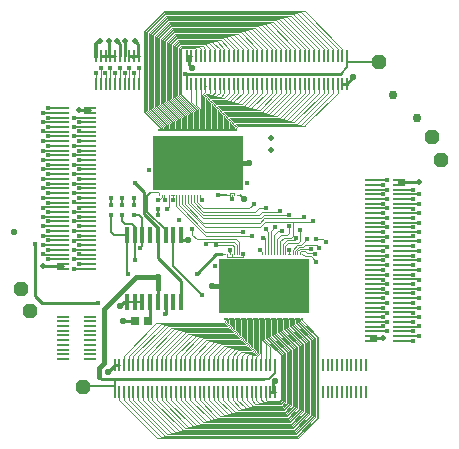
<source format=gbl>
G75*
%MOIN*%
%OFA0B0*%
%FSLAX24Y24*%
%IPPOS*%
%LPD*%
%AMOC8*
5,1,8,0,0,1.08239X$1,22.5*
%
%ADD10R,0.0170X0.0170*%
%ADD11OC8,0.0480*%
%ADD12R,0.3040X0.1840*%
%ADD13R,0.0020X0.0080*%
%ADD14R,0.0040X0.0080*%
%ADD15R,0.0137X0.0550*%
%ADD16R,0.0270X0.0300*%
%ADD17R,0.0449X0.0079*%
%ADD18R,0.0079X0.0449*%
%ADD19C,0.0220*%
%ADD20C,0.0100*%
%ADD21C,0.0160*%
%ADD22C,0.0060*%
%ADD23C,0.0160*%
%ADD24C,0.0040*%
%ADD25C,0.0300*%
%ADD26C,0.0200*%
%ADD27C,0.0020*%
%ADD28C,0.0120*%
%ADD29C,0.0190*%
D10*
X005150Y009475D03*
X005150Y009785D03*
X005530Y009785D03*
X005530Y009475D03*
X005910Y009475D03*
X005910Y009785D03*
X006715Y009670D03*
X007025Y009670D03*
X011695Y008670D03*
X012005Y008670D03*
D11*
X004210Y003730D03*
X002450Y006250D03*
X002150Y007010D03*
X014090Y014570D03*
X015850Y012050D03*
X016150Y011290D03*
D12*
X010250Y007090D03*
X008050Y011210D03*
D13*
X008030Y012290D03*
X007990Y012290D03*
X007950Y012290D03*
X007910Y012290D03*
X007870Y012290D03*
X007830Y012290D03*
X007790Y012290D03*
X007750Y012290D03*
X007710Y012290D03*
X007670Y012290D03*
X007630Y012290D03*
X007590Y012290D03*
X007550Y012290D03*
X007510Y012290D03*
X007470Y012290D03*
X007430Y012290D03*
X007390Y012290D03*
X007350Y012290D03*
X007310Y012290D03*
X007270Y012290D03*
X007230Y012290D03*
X007190Y012290D03*
X007150Y012290D03*
X007110Y012290D03*
X007070Y012290D03*
X007030Y012290D03*
X006990Y012290D03*
X006950Y012290D03*
X006910Y012290D03*
X006870Y012290D03*
X006830Y012290D03*
X006790Y012290D03*
X006750Y012290D03*
X008070Y012290D03*
X008110Y012290D03*
X008150Y012290D03*
X008190Y012290D03*
X008230Y012290D03*
X008270Y012290D03*
X008310Y012290D03*
X008350Y012290D03*
X008390Y012290D03*
X008430Y012290D03*
X008470Y012290D03*
X008510Y012290D03*
X008550Y012290D03*
X008590Y012290D03*
X008630Y012290D03*
X008670Y012290D03*
X008710Y012290D03*
X008750Y012290D03*
X008790Y012290D03*
X008830Y012290D03*
X008870Y012290D03*
X008910Y012290D03*
X008950Y012290D03*
X008990Y012290D03*
X009030Y012290D03*
X009070Y012290D03*
X009110Y012290D03*
X009150Y012290D03*
X009190Y012290D03*
X009230Y012290D03*
X009270Y012290D03*
X009310Y012290D03*
X009350Y012290D03*
X009350Y006010D03*
X009390Y006010D03*
X009430Y006010D03*
X009470Y006010D03*
X009510Y006010D03*
X009550Y006010D03*
X009590Y006010D03*
X009630Y006010D03*
X009670Y006010D03*
X009710Y006010D03*
X009750Y006010D03*
X009790Y006010D03*
X009830Y006010D03*
X009870Y006010D03*
X009910Y006010D03*
X009950Y006010D03*
X009990Y006010D03*
X010030Y006010D03*
X010070Y006010D03*
X010110Y006010D03*
X010150Y006010D03*
X010190Y006010D03*
X010230Y006010D03*
X010270Y006010D03*
X010310Y006010D03*
X010350Y006010D03*
X010390Y006010D03*
X010430Y006010D03*
X010470Y006010D03*
X010510Y006010D03*
X010550Y006010D03*
X010590Y006010D03*
X010630Y006010D03*
X010670Y006010D03*
X010710Y006010D03*
X010750Y006010D03*
X010790Y006010D03*
X010830Y006010D03*
X010870Y006010D03*
X010910Y006010D03*
X010950Y006010D03*
X010990Y006010D03*
X011030Y006010D03*
X011070Y006010D03*
X011110Y006010D03*
X011150Y006010D03*
X011190Y006010D03*
X011230Y006010D03*
X011270Y006010D03*
X011310Y006010D03*
X011350Y006010D03*
X011390Y006010D03*
X011430Y006010D03*
X011470Y006010D03*
X011510Y006010D03*
X011550Y006010D03*
X009310Y006010D03*
X009270Y006010D03*
X009230Y006010D03*
X009190Y006010D03*
X009150Y006010D03*
X009110Y006010D03*
X009070Y006010D03*
X009030Y006010D03*
X008990Y006010D03*
X008950Y006010D03*
D14*
X008950Y008170D03*
X009030Y008170D03*
X009110Y008170D03*
X009190Y008170D03*
X009270Y008170D03*
X009350Y008170D03*
X009430Y008170D03*
X010190Y008170D03*
X010290Y008170D03*
X010390Y008170D03*
X010490Y008170D03*
X010590Y008170D03*
X010690Y008170D03*
X010790Y008170D03*
X010890Y008170D03*
X010970Y008170D03*
X011050Y008170D03*
X011130Y008170D03*
X011210Y008170D03*
X011290Y008170D03*
X011370Y008170D03*
X011450Y008170D03*
X011530Y008170D03*
X009350Y010130D03*
X009270Y010130D03*
X009190Y010130D03*
X009110Y010130D03*
X009030Y010130D03*
X008950Y010130D03*
X008870Y010130D03*
X008110Y010130D03*
X008010Y010130D03*
X007910Y010130D03*
X007810Y010130D03*
X007710Y010130D03*
X007610Y010130D03*
X007510Y010130D03*
X007410Y010130D03*
X007330Y010130D03*
X007250Y010130D03*
X007170Y010130D03*
X007090Y010130D03*
X007010Y010130D03*
X006930Y010130D03*
X006850Y010130D03*
X006770Y010130D03*
D15*
X006717Y008782D03*
X006461Y008782D03*
X006205Y008782D03*
X005949Y008782D03*
X005694Y008782D03*
X006973Y008782D03*
X007229Y008782D03*
X007485Y008782D03*
X007485Y006562D03*
X007229Y006562D03*
X006973Y006562D03*
X006717Y006562D03*
X006461Y006562D03*
X006205Y006562D03*
X005949Y006562D03*
X005694Y006562D03*
D16*
X005960Y005930D03*
X006380Y005930D03*
D17*
X004471Y005921D03*
X004471Y005764D03*
X004471Y005606D03*
X004471Y005449D03*
X004471Y005291D03*
X004471Y005134D03*
X004471Y004976D03*
X004471Y004819D03*
X004471Y004661D03*
X003549Y004661D03*
X003549Y004819D03*
X003549Y004976D03*
X003549Y005134D03*
X003549Y005291D03*
X003549Y005449D03*
X003549Y005606D03*
X003549Y005764D03*
X003549Y005921D03*
X003549Y006079D03*
X004471Y006079D03*
X004471Y007673D03*
X004471Y007830D03*
X004471Y007988D03*
X004471Y008145D03*
X004471Y008303D03*
X004471Y008460D03*
X004471Y008618D03*
X004471Y008775D03*
X004471Y008933D03*
X004471Y009090D03*
X004471Y009248D03*
X004471Y009405D03*
X004471Y009563D03*
X004471Y009720D03*
X004471Y009878D03*
X004471Y010035D03*
X004471Y010193D03*
X004471Y010350D03*
X004471Y010507D03*
X004471Y010665D03*
X004471Y010822D03*
X004471Y010980D03*
X004471Y011137D03*
X004471Y011295D03*
X004471Y011452D03*
X004471Y011610D03*
X004471Y011767D03*
X004471Y011925D03*
X004471Y012082D03*
X004471Y012240D03*
X004471Y012397D03*
X004471Y012555D03*
X004471Y012712D03*
X004471Y012870D03*
X004471Y013027D03*
X003549Y013027D03*
X003549Y012870D03*
X003549Y012712D03*
X003549Y012555D03*
X003549Y012397D03*
X003549Y012240D03*
X003549Y012082D03*
X003549Y011925D03*
X003549Y011767D03*
X003549Y011610D03*
X003549Y011452D03*
X003549Y011295D03*
X003549Y011137D03*
X003549Y010980D03*
X003549Y010822D03*
X003549Y010665D03*
X003549Y010507D03*
X003549Y010350D03*
X003549Y010193D03*
X003549Y010035D03*
X003549Y009878D03*
X003549Y009720D03*
X003549Y009563D03*
X003549Y009405D03*
X003549Y009248D03*
X003549Y009090D03*
X003549Y008933D03*
X003549Y008775D03*
X003549Y008618D03*
X003549Y008460D03*
X003549Y008303D03*
X003549Y008145D03*
X003549Y007988D03*
X003549Y007830D03*
X003549Y007673D03*
X013829Y007635D03*
X013829Y007478D03*
X013829Y007320D03*
X013829Y007163D03*
X013829Y007005D03*
X013829Y006848D03*
X013829Y006690D03*
X013829Y006533D03*
X013829Y006375D03*
X013829Y006218D03*
X013829Y006060D03*
X013829Y005903D03*
X013829Y005745D03*
X013829Y005588D03*
X013829Y005430D03*
X013829Y005273D03*
X014751Y005273D03*
X014751Y005430D03*
X014751Y005588D03*
X014751Y005745D03*
X014751Y005903D03*
X014751Y006060D03*
X014751Y006218D03*
X014751Y006375D03*
X014751Y006533D03*
X014751Y006690D03*
X014751Y006848D03*
X014751Y007005D03*
X014751Y007163D03*
X014751Y007320D03*
X014751Y007478D03*
X014751Y007635D03*
X014751Y007793D03*
X014751Y007950D03*
X014751Y008107D03*
X014751Y008265D03*
X014751Y008422D03*
X014751Y008580D03*
X014751Y008737D03*
X014751Y008895D03*
X014751Y009052D03*
X014751Y009210D03*
X014751Y009367D03*
X014751Y009525D03*
X014751Y009682D03*
X014751Y009840D03*
X014751Y009997D03*
X014751Y010155D03*
X014751Y010312D03*
X014751Y010470D03*
X014751Y010627D03*
X013829Y010627D03*
X013829Y010470D03*
X013829Y010312D03*
X013829Y010155D03*
X013829Y009997D03*
X013829Y009840D03*
X013829Y009682D03*
X013829Y009525D03*
X013829Y009367D03*
X013829Y009210D03*
X013829Y009052D03*
X013829Y008895D03*
X013829Y008737D03*
X013829Y008580D03*
X013829Y008422D03*
X013829Y008265D03*
X013829Y008107D03*
X013829Y007950D03*
X013829Y007793D03*
D18*
X013639Y004471D03*
X013481Y004471D03*
X013324Y004471D03*
X013166Y004471D03*
X013009Y004471D03*
X012851Y004471D03*
X012694Y004471D03*
X012536Y004471D03*
X012379Y004471D03*
X012221Y004471D03*
X012221Y003549D03*
X012379Y003549D03*
X012536Y003549D03*
X012694Y003549D03*
X012851Y003549D03*
X013009Y003549D03*
X013166Y003549D03*
X013324Y003549D03*
X013481Y003549D03*
X013639Y003549D03*
X010627Y003549D03*
X010470Y003549D03*
X010312Y003549D03*
X010155Y003549D03*
X009997Y003549D03*
X009840Y003549D03*
X009682Y003549D03*
X009525Y003549D03*
X009367Y003549D03*
X009210Y003549D03*
X009052Y003549D03*
X008895Y003549D03*
X008737Y003549D03*
X008580Y003549D03*
X008422Y003549D03*
X008265Y003549D03*
X008107Y003549D03*
X007950Y003549D03*
X007793Y003549D03*
X007635Y003549D03*
X007478Y003549D03*
X007320Y003549D03*
X007163Y003549D03*
X007005Y003549D03*
X006848Y003549D03*
X006690Y003549D03*
X006533Y003549D03*
X006375Y003549D03*
X006218Y003549D03*
X006060Y003549D03*
X005903Y003549D03*
X005745Y003549D03*
X005588Y003549D03*
X005430Y003549D03*
X005273Y003549D03*
X005273Y004471D03*
X005430Y004471D03*
X005588Y004471D03*
X005745Y004471D03*
X005903Y004471D03*
X006060Y004471D03*
X006218Y004471D03*
X006375Y004471D03*
X006533Y004471D03*
X006690Y004471D03*
X006848Y004471D03*
X007005Y004471D03*
X007163Y004471D03*
X007320Y004471D03*
X007478Y004471D03*
X007635Y004471D03*
X007793Y004471D03*
X007950Y004471D03*
X008107Y004471D03*
X008265Y004471D03*
X008422Y004471D03*
X008580Y004471D03*
X008737Y004471D03*
X008895Y004471D03*
X009052Y004471D03*
X009210Y004471D03*
X009367Y004471D03*
X009525Y004471D03*
X009682Y004471D03*
X009840Y004471D03*
X009997Y004471D03*
X010155Y004471D03*
X010312Y004471D03*
X010470Y004471D03*
X010627Y004471D03*
X010665Y013829D03*
X010822Y013829D03*
X010980Y013829D03*
X011137Y013829D03*
X011295Y013829D03*
X011452Y013829D03*
X011610Y013829D03*
X011767Y013829D03*
X011925Y013829D03*
X012082Y013829D03*
X012240Y013829D03*
X012397Y013829D03*
X012555Y013829D03*
X012712Y013829D03*
X012870Y013829D03*
X013027Y013829D03*
X013027Y014751D03*
X012870Y014751D03*
X012712Y014751D03*
X012555Y014751D03*
X012397Y014751D03*
X012240Y014751D03*
X012082Y014751D03*
X011925Y014751D03*
X011767Y014751D03*
X011610Y014751D03*
X011452Y014751D03*
X011295Y014751D03*
X011137Y014751D03*
X010980Y014751D03*
X010822Y014751D03*
X010665Y014751D03*
X010507Y014751D03*
X010350Y014751D03*
X010193Y014751D03*
X010035Y014751D03*
X009878Y014751D03*
X009720Y014751D03*
X009563Y014751D03*
X009405Y014751D03*
X009248Y014751D03*
X009090Y014751D03*
X008933Y014751D03*
X008775Y014751D03*
X008618Y014751D03*
X008460Y014751D03*
X008303Y014751D03*
X008145Y014751D03*
X007988Y014751D03*
X007830Y014751D03*
X007673Y014751D03*
X007673Y013829D03*
X007830Y013829D03*
X007988Y013829D03*
X008145Y013829D03*
X008303Y013829D03*
X008460Y013829D03*
X008618Y013829D03*
X008775Y013829D03*
X008933Y013829D03*
X009090Y013829D03*
X009248Y013829D03*
X009405Y013829D03*
X009563Y013829D03*
X009720Y013829D03*
X009878Y013829D03*
X010035Y013829D03*
X010193Y013829D03*
X010350Y013829D03*
X010507Y013829D03*
X006079Y013829D03*
X005921Y013829D03*
X005764Y013829D03*
X005606Y013829D03*
X005449Y013829D03*
X005291Y013829D03*
X005134Y013829D03*
X004976Y013829D03*
X004819Y013829D03*
X004661Y013829D03*
X004661Y014751D03*
X004819Y014751D03*
X004976Y014751D03*
X005134Y014751D03*
X005291Y014751D03*
X005449Y014751D03*
X005606Y014751D03*
X005764Y014751D03*
X005921Y014751D03*
X006079Y014751D03*
D19*
X007850Y014370D03*
X009770Y011210D03*
X009590Y010010D03*
X007710Y008630D03*
X006710Y007390D03*
X005470Y006430D03*
X005570Y005930D03*
X005070Y004230D03*
X008530Y007090D03*
X010630Y003930D03*
X001930Y008890D03*
X013230Y014070D03*
D20*
X013027Y013829D01*
X012870Y013829D01*
X012810Y014170D02*
X007630Y014170D01*
X007850Y014370D02*
X007750Y014470D01*
X007750Y014670D01*
X007752Y014686D01*
X007756Y014701D01*
X007763Y014714D01*
X007773Y014727D01*
X007786Y014737D01*
X007799Y014744D01*
X007814Y014748D01*
X007830Y014750D01*
X007830Y014751D02*
X007673Y014751D01*
X006079Y014751D02*
X006070Y014759D01*
X006070Y015150D01*
X005970Y015250D01*
X005610Y015250D02*
X005610Y014754D01*
X005606Y014751D01*
X005450Y014752D02*
X005449Y014751D01*
X005450Y014752D02*
X005450Y015150D01*
X005350Y015250D01*
X005090Y015250D02*
X005090Y014751D01*
X005134Y014751D01*
X005291Y014751D01*
X005090Y014751D02*
X004976Y014751D01*
X004819Y014751D01*
X005764Y014751D02*
X005921Y014751D01*
X005856Y014751D01*
X005850Y014744D01*
X005921Y014751D02*
X006079Y014751D01*
X004471Y012950D02*
X004090Y012950D01*
X005950Y010530D02*
X006250Y010230D01*
X006250Y009510D01*
X006717Y009043D01*
X006717Y008782D01*
X006717Y008043D01*
X007490Y007270D01*
X007490Y006567D01*
X007485Y006562D01*
X006973Y006562D02*
X006973Y006153D01*
X006970Y006150D01*
X006717Y006562D02*
X006714Y006563D01*
X006711Y006566D01*
X006710Y006569D01*
X006710Y006990D01*
X006717Y007390D02*
X006710Y007390D01*
X006461Y006562D02*
X006461Y006071D01*
X006380Y005930D01*
X005960Y005930D02*
X005570Y005930D01*
X005470Y006430D02*
X005602Y006562D01*
X005694Y006562D01*
X005662Y006562D01*
X004730Y006530D02*
X002850Y006530D01*
X002630Y006750D01*
X002630Y008510D01*
X002890Y007770D02*
X003551Y007770D01*
X005273Y004471D02*
X005430Y004471D01*
X005273Y004471D02*
X005070Y004230D01*
X004850Y003990D02*
X004770Y004070D01*
X004850Y003990D02*
X005250Y003990D01*
X010250Y003990D01*
X010550Y003850D02*
X010630Y003930D01*
X010550Y003850D02*
X010550Y003549D01*
X010470Y003549D01*
X010550Y003549D02*
X010627Y003549D01*
X013829Y005350D02*
X014210Y005350D01*
X014751Y010550D02*
X015410Y010550D01*
X008850Y008170D02*
X008670Y008170D01*
X008010Y007510D01*
X007710Y008630D02*
X007485Y008630D01*
X007485Y008782D01*
D21*
X007860Y008980D03*
X007410Y009300D03*
X007210Y009970D03*
X006970Y009970D03*
X006710Y009970D03*
X006710Y009450D03*
X005910Y010030D03*
X005530Y010030D03*
X005150Y010030D03*
X005950Y010530D03*
X006410Y010950D03*
X008190Y009970D03*
X008730Y010130D03*
X009190Y009990D03*
X009690Y010530D03*
X009910Y009830D03*
X010310Y009710D03*
X010790Y009610D03*
X011090Y009470D03*
X011090Y009090D03*
X010850Y008930D03*
X010630Y009070D03*
X010310Y008990D03*
X010230Y008710D03*
X009850Y008770D03*
X009550Y008910D03*
X009110Y008310D03*
X008650Y008450D03*
X008310Y008490D03*
X008610Y007770D03*
X008010Y007510D03*
X008190Y006790D03*
X006970Y006150D03*
X005710Y007510D03*
X005950Y007970D03*
X006110Y008350D03*
X004730Y006530D03*
X003930Y007670D03*
X004090Y007830D03*
X003930Y007990D03*
X004090Y008150D03*
X003930Y008310D03*
X004090Y008470D03*
X003930Y008610D03*
X004090Y008770D03*
X003930Y008930D03*
X004090Y009090D03*
X003930Y009250D03*
X004090Y009410D03*
X003930Y009570D03*
X004090Y009710D03*
X003930Y009890D03*
X004090Y010030D03*
X003930Y010190D03*
X004090Y010350D03*
X003930Y010510D03*
X004090Y010670D03*
X003930Y010830D03*
X004090Y010990D03*
X003930Y011130D03*
X004090Y011290D03*
X003930Y011450D03*
X004090Y011610D03*
X003930Y011770D03*
X004090Y011930D03*
X003930Y012090D03*
X004090Y012250D03*
X003930Y012410D03*
X004090Y012550D03*
X003930Y012710D03*
X003070Y012710D03*
X002890Y012550D03*
X003070Y012410D03*
X002890Y012250D03*
X003070Y012090D03*
X002890Y011930D03*
X003070Y011770D03*
X002890Y011610D03*
X003070Y011450D03*
X002890Y011290D03*
X003070Y011130D03*
X002890Y010990D03*
X003070Y010830D03*
X002890Y010670D03*
X003070Y010510D03*
X002890Y010350D03*
X003070Y010190D03*
X002890Y010030D03*
X003070Y009870D03*
X002890Y009710D03*
X003070Y009550D03*
X002890Y009410D03*
X003070Y009250D03*
X002890Y009090D03*
X003070Y008930D03*
X002890Y008770D03*
X003070Y008630D03*
X002890Y008470D03*
X003070Y008310D03*
X002890Y008150D03*
X003070Y007990D03*
X002630Y008510D03*
X002890Y012870D03*
X003070Y013030D03*
X004650Y014210D03*
X004810Y014350D03*
X004970Y014210D03*
X005130Y014350D03*
X005290Y014210D03*
X005450Y014350D03*
X005610Y014210D03*
X005770Y014350D03*
X005930Y014210D03*
X006090Y014350D03*
X007630Y014170D03*
X011590Y009410D03*
X011890Y009270D03*
X011450Y008950D03*
X011330Y008690D03*
X011090Y008310D03*
X011810Y008330D03*
X011970Y008170D03*
X012090Y008370D03*
X012310Y008570D03*
X011990Y007910D03*
X010110Y008310D03*
X009570Y008170D03*
X014210Y008270D03*
X014370Y008410D03*
X014210Y008590D03*
X014370Y008730D03*
X014210Y008890D03*
X014370Y009050D03*
X014210Y009210D03*
X014370Y009370D03*
X014210Y009530D03*
X014370Y009690D03*
X014210Y009830D03*
X014370Y009990D03*
X014210Y010150D03*
X014370Y010310D03*
X014210Y010470D03*
X014370Y010630D03*
X015230Y010310D03*
X015410Y010150D03*
X015230Y009990D03*
X015410Y009830D03*
X015230Y009670D03*
X015410Y009530D03*
X015230Y009370D03*
X015410Y009210D03*
X015230Y009050D03*
X015410Y008890D03*
X015230Y008750D03*
X015410Y008590D03*
X015230Y008430D03*
X015410Y008270D03*
X015230Y008110D03*
X015410Y007950D03*
X015230Y007790D03*
X015410Y007630D03*
X015230Y007470D03*
X015410Y007310D03*
X015230Y007170D03*
X015410Y007010D03*
X015230Y006850D03*
X015410Y006690D03*
X015230Y006530D03*
X015410Y006370D03*
X015230Y006210D03*
X015410Y006050D03*
X015230Y005890D03*
X015410Y005750D03*
X015230Y005590D03*
X015410Y005430D03*
X015230Y005270D03*
X014370Y005590D03*
X014210Y005750D03*
X014370Y005890D03*
X014210Y006050D03*
X014370Y006210D03*
X014210Y006370D03*
X014370Y006530D03*
X014210Y006690D03*
X014370Y006850D03*
X014210Y007010D03*
X014370Y007170D03*
X014210Y007310D03*
X014370Y007470D03*
X014210Y007630D03*
X014370Y007790D03*
X014210Y007950D03*
X014370Y008110D03*
D22*
X014370Y008107D01*
X013829Y008107D01*
X013829Y007950D02*
X014210Y007950D01*
X014370Y007793D02*
X014370Y007790D01*
X014370Y007793D02*
X013829Y007793D01*
X013829Y007635D02*
X014210Y007635D01*
X014210Y007630D01*
X014370Y007478D02*
X014370Y007470D01*
X014370Y007478D02*
X013829Y007478D01*
X013829Y007320D02*
X014210Y007320D01*
X014210Y007310D01*
X014370Y007170D02*
X014370Y007163D01*
X013829Y007163D01*
X013829Y007005D02*
X014210Y007005D01*
X014210Y007010D01*
X014370Y006850D02*
X014370Y006848D01*
X013829Y006848D01*
X013829Y006690D02*
X014210Y006690D01*
X014210Y006690D01*
X014370Y006533D02*
X014370Y006530D01*
X014370Y006533D02*
X013829Y006533D01*
X013829Y006375D02*
X014210Y006375D01*
X014210Y006370D01*
X014370Y006218D02*
X014370Y006210D01*
X014370Y006218D02*
X013829Y006218D01*
X013829Y006060D02*
X014210Y006060D01*
X014210Y006050D01*
X014370Y005903D02*
X014370Y005890D01*
X014370Y005903D02*
X013829Y005903D01*
X013829Y005745D02*
X014210Y005745D01*
X014210Y005750D01*
X014370Y005590D02*
X014370Y005588D01*
X013829Y005588D01*
X013829Y005430D02*
X013829Y005350D01*
X013829Y005273D02*
X013829Y005430D01*
X014751Y005430D02*
X015410Y005430D01*
X015410Y005430D01*
X015230Y005273D02*
X014751Y005273D01*
X014751Y005588D02*
X015230Y005588D01*
X015230Y005590D01*
X015410Y005745D02*
X014751Y005745D01*
X014751Y005903D02*
X015230Y005903D01*
X015230Y005890D01*
X015410Y005750D02*
X015410Y005745D01*
X015410Y006050D02*
X015410Y006060D01*
X014751Y006060D01*
X014751Y006218D02*
X015230Y006218D01*
X015230Y006210D01*
X015410Y006370D02*
X015410Y006375D01*
X014751Y006375D01*
X014751Y006533D02*
X015230Y006533D01*
X015230Y006530D01*
X015410Y006690D02*
X015410Y006690D01*
X014751Y006690D01*
X014751Y006848D02*
X015230Y006848D01*
X015230Y006850D01*
X015410Y007005D02*
X014751Y007005D01*
X014751Y007163D02*
X015230Y007163D01*
X015230Y007170D01*
X015410Y007310D02*
X015410Y007320D01*
X014751Y007320D01*
X014751Y007478D02*
X015230Y007478D01*
X015230Y007470D01*
X015410Y007630D02*
X015410Y007635D01*
X014751Y007635D01*
X014751Y007793D02*
X015230Y007793D01*
X015230Y007790D01*
X015410Y007950D02*
X014751Y007950D01*
X014751Y008107D02*
X015230Y008107D01*
X015230Y008110D01*
X015410Y008265D02*
X014751Y008265D01*
X014751Y008422D02*
X015230Y008422D01*
X015230Y008430D01*
X015410Y008580D02*
X014751Y008580D01*
X014751Y008737D02*
X015230Y008737D01*
X015230Y008750D01*
X015410Y008890D02*
X015410Y008895D01*
X014751Y008895D01*
X014751Y009052D02*
X015230Y009052D01*
X015230Y009050D01*
X015410Y009210D02*
X014751Y009210D01*
X014751Y009367D02*
X015230Y009367D01*
X015230Y009370D01*
X015410Y009525D02*
X014751Y009525D01*
X014751Y009682D02*
X015230Y009682D01*
X015230Y009670D01*
X015410Y009530D02*
X015410Y009525D01*
X015410Y009830D02*
X015410Y009840D01*
X014751Y009840D01*
X014751Y009997D02*
X015230Y009997D01*
X015230Y009990D01*
X015410Y010150D02*
X015410Y010155D01*
X014751Y010155D01*
X014751Y010312D02*
X015230Y010312D01*
X015230Y010310D01*
X014751Y010470D02*
X014751Y010550D01*
X014751Y010627D02*
X014751Y010470D01*
X014370Y010627D02*
X013829Y010627D01*
X013829Y010470D02*
X014210Y010470D01*
X014210Y010470D01*
X014370Y010627D02*
X014370Y010630D01*
X014370Y010312D02*
X014370Y010310D01*
X014370Y010312D02*
X013829Y010312D01*
X013829Y010155D02*
X014210Y010155D01*
X014210Y010150D01*
X014370Y009997D02*
X014370Y009990D01*
X014370Y009997D02*
X013829Y009997D01*
X013829Y009840D02*
X014210Y009840D01*
X014210Y009830D01*
X014370Y009690D02*
X014370Y009682D01*
X013829Y009682D01*
X013829Y009525D02*
X014210Y009525D01*
X014210Y009530D01*
X014370Y009370D02*
X014370Y009367D01*
X013829Y009367D01*
X013829Y009210D02*
X014210Y009210D01*
X014210Y009210D01*
X014370Y009052D02*
X014370Y009050D01*
X014370Y009052D02*
X013829Y009052D01*
X013829Y008895D02*
X014210Y008895D01*
X014210Y008890D01*
X014370Y008737D02*
X014370Y008730D01*
X014370Y008737D02*
X013829Y008737D01*
X013829Y008580D02*
X014210Y008580D01*
X014210Y008590D01*
X014370Y008422D02*
X014370Y008410D01*
X014370Y008422D02*
X013829Y008422D01*
X013829Y008265D02*
X014210Y008265D01*
X014210Y008270D01*
X015410Y008270D02*
X015410Y008265D01*
X015410Y008580D02*
X015410Y008590D01*
X015410Y009210D02*
X015410Y009210D01*
X015410Y007010D02*
X015410Y007005D01*
X015230Y005273D02*
X015230Y005270D01*
X010627Y004471D02*
X010627Y004207D01*
X010410Y003990D01*
X010250Y003990D01*
X008190Y006790D02*
X007229Y007751D01*
X007229Y008782D01*
X006973Y008967D02*
X006370Y009570D01*
X006370Y010110D01*
X006490Y010230D01*
X006710Y009670D02*
X006715Y009670D01*
X006710Y009670D02*
X006710Y009450D01*
X006205Y009375D02*
X006205Y008782D01*
X006205Y008445D01*
X006110Y008350D01*
X005949Y007991D02*
X005949Y008782D01*
X005949Y009050D01*
X005849Y009150D01*
X005630Y009150D01*
X005530Y009250D01*
X005530Y009475D01*
X005530Y009785D02*
X005530Y010030D01*
X005150Y010030D02*
X005150Y009785D01*
X005150Y009475D02*
X005150Y008882D01*
X005250Y008782D01*
X005694Y008782D01*
X005694Y007566D01*
X005710Y007510D01*
X005950Y007970D02*
X005949Y007991D01*
X006205Y009375D02*
X006105Y009475D01*
X005910Y009475D01*
X005910Y009785D02*
X005910Y010030D01*
X004471Y010035D02*
X004090Y010035D01*
X004090Y010030D01*
X003930Y009890D02*
X003930Y009878D01*
X004471Y009878D01*
X004471Y009720D02*
X004090Y009720D01*
X004090Y009710D01*
X003930Y009570D02*
X003930Y009563D01*
X004471Y009563D01*
X004471Y009405D02*
X004090Y009405D01*
X004090Y009410D01*
X003930Y009250D02*
X003930Y009248D01*
X004471Y009248D01*
X004471Y009090D02*
X004090Y009090D01*
X004090Y009090D01*
X003930Y008933D02*
X004471Y008933D01*
X004471Y008775D02*
X004090Y008775D01*
X004090Y008770D01*
X003930Y008618D02*
X004471Y008618D01*
X004471Y008460D02*
X004090Y008460D01*
X004090Y008470D01*
X003930Y008610D02*
X003930Y008618D01*
X003930Y008930D02*
X003930Y008933D01*
X003549Y008933D02*
X003070Y008933D01*
X003070Y008930D01*
X002890Y008775D02*
X003549Y008775D01*
X003549Y008618D02*
X003070Y008618D01*
X003070Y008630D01*
X002890Y008770D02*
X002890Y008775D01*
X002890Y008470D02*
X002890Y008460D01*
X003549Y008460D01*
X003549Y008303D02*
X003070Y008303D01*
X003070Y008310D01*
X002890Y008150D02*
X002890Y008145D01*
X003549Y008145D01*
X003549Y007988D02*
X003070Y007988D01*
X003070Y007990D01*
X003549Y007830D02*
X003549Y007673D01*
X003549Y007770D02*
X003549Y007830D01*
X003551Y007770D02*
X003549Y007770D01*
X003930Y007673D02*
X004471Y007673D01*
X004471Y007830D02*
X004090Y007830D01*
X004090Y007830D01*
X003930Y007673D02*
X003930Y007670D01*
X003930Y007988D02*
X004471Y007988D01*
X004471Y008145D02*
X004090Y008145D01*
X004090Y008150D01*
X003930Y008303D02*
X004471Y008303D01*
X003930Y008310D02*
X003930Y008303D01*
X003930Y007990D02*
X003930Y007988D01*
X003549Y009090D02*
X002890Y009090D01*
X002890Y009090D01*
X003070Y009248D02*
X003549Y009248D01*
X003549Y009405D02*
X002890Y009405D01*
X002890Y009410D01*
X003070Y009550D02*
X003070Y009563D01*
X003549Y009563D01*
X003549Y009720D02*
X002890Y009720D01*
X002890Y009710D01*
X003070Y009870D02*
X003070Y009878D01*
X003549Y009878D01*
X003549Y010035D02*
X002890Y010035D01*
X002890Y010030D01*
X003070Y010190D02*
X003070Y010193D01*
X003549Y010193D01*
X003549Y010350D02*
X002890Y010350D01*
X003070Y010507D02*
X003549Y010507D01*
X003549Y010665D02*
X002890Y010665D01*
X002890Y010670D01*
X003070Y010822D02*
X003549Y010822D01*
X003549Y010980D02*
X002890Y010980D01*
X002890Y010990D01*
X003070Y011130D02*
X003070Y011137D01*
X003549Y011137D01*
X003549Y011295D02*
X002890Y011295D01*
X002890Y011290D01*
X003070Y011450D02*
X003070Y011452D01*
X003549Y011452D01*
X003549Y011610D02*
X002890Y011610D01*
X002890Y011610D01*
X003070Y011767D02*
X003549Y011767D01*
X003549Y011925D02*
X002890Y011925D01*
X002890Y011930D01*
X003070Y012082D02*
X003549Y012082D01*
X003549Y012240D02*
X002890Y012240D01*
X002890Y012250D01*
X003070Y012397D02*
X003549Y012397D01*
X003549Y012550D02*
X003549Y012555D01*
X002890Y012550D01*
X003070Y012410D02*
X003070Y012397D01*
X003070Y012090D02*
X003070Y012082D01*
X003070Y011770D02*
X003070Y011767D01*
X003930Y011767D02*
X004471Y011767D01*
X004471Y011610D02*
X004090Y011610D01*
X004090Y011610D01*
X003930Y011767D02*
X003930Y011770D01*
X004090Y011925D02*
X004471Y011925D01*
X004471Y012082D02*
X003930Y012082D01*
X003930Y012090D01*
X004090Y012240D02*
X004471Y012240D01*
X004471Y012397D02*
X003930Y012397D01*
X003930Y012410D01*
X004090Y012550D02*
X004090Y012555D01*
X004471Y012555D01*
X004471Y012710D02*
X004471Y012712D01*
X003930Y012712D01*
X003930Y012710D01*
X003549Y012712D02*
X003070Y012710D01*
X003090Y012712D01*
X002890Y012870D02*
X003549Y012870D01*
X003549Y012870D01*
X003549Y013027D02*
X003070Y013027D01*
X003070Y013030D01*
X004090Y012250D02*
X004090Y012240D01*
X004090Y011930D02*
X004090Y011925D01*
X003930Y011452D02*
X004471Y011452D01*
X004471Y011295D02*
X004090Y011295D01*
X004090Y011290D01*
X003930Y011137D02*
X004471Y011137D01*
X004471Y010980D02*
X004090Y010980D01*
X004090Y010990D01*
X003930Y011130D02*
X003930Y011137D01*
X003930Y010830D02*
X003930Y010822D01*
X004471Y010822D01*
X004471Y010665D02*
X004090Y010665D01*
X004090Y010670D01*
X003930Y010510D02*
X003930Y010507D01*
X004471Y010507D01*
X004471Y010350D02*
X004090Y010350D01*
X003930Y010193D02*
X004471Y010193D01*
X003930Y010190D02*
X003930Y010193D01*
X003070Y010507D02*
X003070Y010510D01*
X003070Y010822D02*
X003070Y010830D01*
X003930Y011450D02*
X003930Y011452D01*
X004471Y012870D02*
X004471Y012950D01*
X004471Y013027D02*
X004471Y012870D01*
X007673Y013829D02*
X007673Y014127D01*
X007630Y014170D01*
X008730Y010130D02*
X008870Y010130D01*
X008950Y010130D01*
X009030Y010130D01*
X009190Y010070D02*
X009190Y009990D01*
X009450Y010130D02*
X009470Y010130D01*
X009590Y010010D01*
X009110Y008310D02*
X009110Y008230D01*
X006205Y006562D02*
X005949Y006562D01*
X005694Y006562D01*
X005273Y003990D02*
X005250Y003990D01*
X005273Y003990D02*
X005273Y003750D01*
X004210Y003750D01*
X004210Y003730D01*
X005273Y003750D02*
X005273Y003549D01*
X003070Y009248D02*
X003070Y009250D01*
X012810Y014170D02*
X013027Y014387D01*
X013027Y014550D01*
X014090Y014550D01*
X014090Y014570D01*
X013027Y014550D02*
X013027Y014751D01*
D23*
X009770Y011210D02*
X008050Y011210D01*
X006717Y007390D02*
X006717Y006997D01*
X006716Y006994D01*
X006714Y006991D01*
X006710Y006990D01*
X006710Y007390D02*
X005976Y007390D01*
X004930Y006344D01*
X004930Y004530D01*
X004770Y004370D01*
X004770Y004070D01*
X008530Y007090D02*
X010250Y007090D01*
D24*
X010290Y008170D02*
X010290Y008710D01*
X010230Y008710D01*
X010390Y008910D02*
X010390Y008170D01*
X010490Y008170D02*
X010490Y008930D01*
X010630Y009070D01*
X010730Y008930D02*
X010590Y008790D01*
X010590Y008170D01*
X010690Y008170D02*
X010690Y008670D01*
X010810Y008790D01*
X011010Y008790D01*
X011090Y008870D01*
X011090Y009090D01*
X011210Y009230D02*
X010290Y009230D01*
X010110Y009050D01*
X008274Y009050D01*
X007510Y009814D01*
X007510Y010130D01*
X007610Y010130D02*
X007610Y009835D01*
X008235Y009210D01*
X010130Y009210D01*
X010270Y009350D01*
X011530Y009350D01*
X011590Y009410D01*
X011850Y009230D02*
X011860Y009231D01*
X011870Y009235D01*
X011878Y009242D01*
X011885Y009250D01*
X011889Y009260D01*
X011890Y009270D01*
X011850Y009230D02*
X011210Y009230D01*
X011210Y008750D01*
X011170Y008710D01*
X010910Y008710D01*
X010790Y008590D01*
X010790Y008170D01*
X010890Y008170D02*
X010890Y008510D01*
X011010Y008630D01*
X011290Y008630D01*
X011330Y008670D01*
X011330Y008690D01*
X011450Y008590D02*
X011450Y008950D01*
X011695Y008670D02*
X011475Y008450D01*
X011350Y008450D01*
X011210Y008310D01*
X011210Y008170D01*
X011130Y008170D02*
X011050Y008170D01*
X011090Y008170D02*
X011130Y008170D01*
X011090Y008170D02*
X011090Y008310D01*
X010970Y008430D02*
X010970Y008170D01*
X010970Y008430D02*
X011070Y008530D01*
X011390Y008530D01*
X011450Y008590D01*
X011450Y008330D02*
X011810Y008330D01*
X011690Y008190D02*
X011950Y008190D01*
X011970Y008170D01*
X011810Y008090D02*
X011990Y007910D01*
X011810Y008090D02*
X011610Y008090D01*
X011530Y008170D01*
X011450Y008170D02*
X011450Y008230D01*
X011490Y008270D01*
X011610Y008270D01*
X011690Y008190D01*
X011450Y008330D02*
X011370Y008250D01*
X011370Y008170D01*
X012005Y008670D02*
X012210Y008670D01*
X012310Y008570D01*
X011090Y009470D02*
X010270Y009470D01*
X010150Y009350D01*
X008220Y009350D01*
X007710Y009860D01*
X007710Y010130D01*
X007810Y010130D02*
X007810Y009874D01*
X008234Y009450D01*
X010090Y009450D01*
X010190Y009550D01*
X010730Y009550D01*
X010790Y009610D01*
X010790Y009590D01*
X010310Y009710D02*
X010090Y009710D01*
X009950Y009570D01*
X008238Y009570D01*
X007910Y009898D01*
X007910Y010130D01*
X008010Y010130D02*
X008010Y009910D01*
X008230Y009690D01*
X009770Y009690D01*
X009910Y009830D01*
X009890Y009810D01*
X009450Y010130D02*
X009350Y010130D01*
X009270Y010130D02*
X009270Y010210D01*
X009110Y010210D01*
X009110Y010130D01*
X009110Y010110D01*
X009110Y010130D02*
X009030Y010130D01*
X009190Y010130D02*
X009190Y010070D01*
X008190Y009970D02*
X008110Y010050D01*
X008110Y010130D01*
X007410Y010130D02*
X007410Y009794D01*
X008294Y008910D01*
X009550Y008910D01*
X009850Y008770D02*
X008314Y008770D01*
X007330Y009754D01*
X007330Y010130D01*
X007250Y010130D02*
X007170Y010130D01*
X007210Y010130D01*
X007210Y009970D01*
X007090Y010130D02*
X007090Y009735D01*
X007025Y009670D01*
X006970Y009970D02*
X006930Y010010D01*
X006930Y010130D01*
X006850Y010130D02*
X006850Y010050D01*
X006770Y009970D01*
X006710Y009970D01*
X006770Y010130D02*
X006770Y010190D01*
X006730Y010230D01*
X006490Y010230D01*
X006973Y008967D02*
X006973Y008782D01*
X007860Y008800D02*
X008010Y008650D01*
X009330Y008650D01*
X009430Y008550D01*
X009430Y008170D01*
X009350Y008170D02*
X009350Y008470D01*
X009250Y008570D01*
X008390Y008570D01*
X008310Y008490D01*
X008650Y008450D02*
X009210Y008450D01*
X009270Y008390D01*
X009270Y008170D01*
X009190Y008170D02*
X009190Y008070D01*
X009570Y008070D01*
X009570Y008170D01*
X009190Y008070D02*
X009030Y008070D01*
X009030Y008170D01*
X009110Y008170D02*
X009110Y008230D01*
X008950Y008170D02*
X008850Y008170D01*
X007860Y008800D02*
X007860Y008980D01*
X010110Y008310D02*
X010190Y008230D01*
X010190Y008170D01*
X010390Y008910D02*
X010310Y008990D01*
X010730Y008930D02*
X010850Y008930D01*
X007730Y005490D02*
X007005Y004765D01*
X007005Y004471D01*
X006848Y004471D02*
X006848Y004768D01*
X007610Y005530D01*
X007490Y005570D02*
X006690Y004770D01*
X006690Y004471D01*
X006533Y004471D02*
X006533Y004773D01*
X007370Y005610D01*
X007250Y005650D02*
X006375Y004775D01*
X006375Y004471D01*
X006218Y004471D02*
X006218Y004758D01*
X007150Y005690D01*
X007030Y005730D02*
X006060Y004760D01*
X006060Y004471D01*
X005903Y004471D02*
X005903Y004763D01*
X006910Y005770D01*
X006790Y005810D02*
X005745Y004765D01*
X005745Y004471D01*
X005588Y004471D02*
X005588Y004768D01*
X006670Y005850D01*
X007163Y004763D02*
X007850Y005450D01*
X007950Y005410D02*
X007320Y004780D01*
X007320Y004471D01*
X007163Y004471D02*
X007163Y004763D01*
X007478Y004778D02*
X008070Y005370D01*
X008190Y005330D02*
X007635Y004775D01*
X007635Y004471D01*
X007478Y004471D02*
X007478Y004778D01*
X007793Y004773D02*
X007793Y004471D01*
X007950Y004471D02*
X007950Y004770D01*
X008430Y005250D01*
X008550Y005210D02*
X008107Y004767D01*
X008107Y004471D01*
X008265Y004471D02*
X008265Y004765D01*
X008670Y005170D01*
X008790Y005130D02*
X008422Y004762D01*
X008422Y004471D01*
X008580Y004471D02*
X008580Y004760D01*
X008910Y005090D01*
X009030Y005050D02*
X008737Y004757D01*
X008737Y004471D01*
X008895Y004471D02*
X008895Y004775D01*
X009130Y005010D01*
X009250Y004970D02*
X009052Y004772D01*
X009052Y004471D01*
X009210Y004471D02*
X009210Y004770D01*
X009370Y004930D01*
X009490Y004890D02*
X009367Y004767D01*
X009367Y004471D01*
X009525Y004471D02*
X009525Y004765D01*
X009610Y004850D01*
X009682Y004762D02*
X009730Y004810D01*
X009682Y004762D02*
X009682Y004471D01*
X009682Y003549D02*
X009682Y003298D01*
X009850Y003130D01*
X009730Y003090D02*
X009525Y003295D01*
X009525Y003549D01*
X009367Y003549D02*
X009367Y003293D01*
X009610Y003050D01*
X009490Y003010D02*
X009210Y003290D01*
X009210Y003549D01*
X009052Y003549D02*
X009052Y003308D01*
X009390Y002970D01*
X009270Y002930D02*
X008895Y003305D01*
X008895Y003549D01*
X008737Y003549D02*
X008737Y003303D01*
X009150Y002890D01*
X009030Y002850D02*
X008580Y003300D01*
X008580Y003549D01*
X008422Y003549D02*
X008422Y003298D01*
X008910Y002810D01*
X008790Y002770D02*
X008265Y003295D01*
X008265Y003549D01*
X008107Y003549D02*
X008107Y003293D01*
X008670Y002730D01*
X008550Y002690D02*
X007950Y003290D01*
X007950Y003549D01*
X007793Y003549D02*
X007793Y003307D01*
X008450Y002650D01*
X008330Y002610D02*
X007635Y003305D01*
X007635Y003549D01*
X007478Y003549D02*
X007478Y003302D01*
X008210Y002570D01*
X008090Y002530D02*
X007320Y003300D01*
X007320Y003549D01*
X007163Y003549D02*
X007163Y003297D01*
X007970Y002490D01*
X007850Y002450D02*
X007005Y003295D01*
X007005Y003549D01*
X006848Y003549D02*
X006848Y003292D01*
X007730Y002410D01*
X007610Y002370D02*
X006690Y003290D01*
X006690Y003549D01*
X006690Y003549D01*
X006533Y003549D02*
X006530Y003547D01*
X006530Y003310D01*
X007510Y002330D01*
X007390Y002290D02*
X006375Y003305D01*
X006375Y003549D01*
X006218Y003549D02*
X006218Y003302D01*
X007270Y002250D01*
X007150Y002210D02*
X006060Y003300D01*
X006060Y003549D01*
X005903Y003549D02*
X005903Y003297D01*
X007030Y002170D01*
X006910Y002130D02*
X005745Y003295D01*
X005745Y003549D01*
X005590Y003547D02*
X005588Y003549D01*
X005590Y003547D02*
X005590Y003290D01*
X006790Y002090D01*
X006670Y002050D02*
X005430Y003290D01*
X005430Y003549D01*
X005430Y003549D01*
X007793Y004773D02*
X008310Y005290D01*
X009840Y003549D02*
X009840Y003300D01*
X009970Y003170D01*
X010090Y003210D02*
X009997Y003303D01*
X009997Y003549D01*
X010155Y003549D02*
X010155Y003305D01*
X010210Y003250D01*
X011630Y012450D02*
X012712Y013532D01*
X012712Y013829D01*
X012555Y013829D02*
X012555Y013535D01*
X011510Y012490D01*
X011390Y012530D02*
X012397Y013537D01*
X012397Y013829D01*
X012240Y013829D02*
X012240Y013540D01*
X011270Y012570D01*
X011150Y012610D02*
X012082Y013542D01*
X012082Y013829D01*
X011925Y013829D02*
X011925Y013525D01*
X011050Y012650D01*
X010930Y012690D02*
X011767Y013527D01*
X011767Y013829D01*
X011610Y013829D02*
X011610Y013530D01*
X010810Y012730D01*
X010690Y012770D02*
X011452Y013532D01*
X011452Y013829D01*
X011295Y013829D02*
X011295Y013535D01*
X010570Y012810D01*
X010450Y012850D02*
X011137Y013537D01*
X011137Y013829D01*
X010980Y013829D02*
X010980Y013520D01*
X010350Y012890D01*
X010230Y012930D02*
X010822Y013522D01*
X010822Y013829D01*
X010665Y013829D02*
X010665Y013525D01*
X010110Y012970D01*
X009990Y013010D02*
X010507Y013527D01*
X010507Y013829D01*
X010350Y013829D02*
X010350Y013530D01*
X009870Y013050D01*
X009750Y013090D02*
X010193Y013533D01*
X010193Y013829D01*
X010035Y013829D02*
X010035Y013535D01*
X009630Y013130D01*
X009510Y013170D02*
X009878Y013538D01*
X009878Y013829D01*
X009720Y013829D02*
X009720Y013540D01*
X009390Y013210D01*
X009270Y013250D02*
X009563Y013543D01*
X009563Y013829D01*
X009405Y013829D02*
X009405Y013525D01*
X009170Y013290D01*
X009050Y013330D02*
X009248Y013528D01*
X009248Y013829D01*
X009090Y013829D02*
X009090Y013530D01*
X008930Y013370D01*
X008810Y013410D02*
X008933Y013533D01*
X008933Y013829D01*
X008775Y013829D02*
X008775Y013535D01*
X008690Y013450D01*
X008618Y013538D02*
X008570Y013490D01*
X008618Y013538D02*
X008618Y013829D01*
X008618Y014751D02*
X008618Y015002D01*
X008450Y015170D01*
X008330Y015130D02*
X008460Y015000D01*
X008460Y014751D01*
X008303Y014751D02*
X008303Y014997D01*
X008210Y015090D01*
X008145Y014995D02*
X008090Y015050D01*
X008145Y014995D02*
X008145Y014751D01*
X008570Y015210D02*
X008775Y015005D01*
X008775Y014751D01*
X008933Y014751D02*
X008933Y015007D01*
X008690Y015250D01*
X008810Y015290D02*
X009090Y015010D01*
X009090Y014751D01*
X009248Y014751D02*
X009248Y014992D01*
X008910Y015330D01*
X009030Y015370D02*
X009405Y014995D01*
X009405Y014751D01*
X009563Y014751D02*
X009563Y014997D01*
X009150Y015410D01*
X009270Y015450D02*
X009720Y015000D01*
X009720Y014751D01*
X009878Y014751D02*
X009878Y015002D01*
X009390Y015490D01*
X009510Y015530D02*
X010035Y015005D01*
X010035Y014751D01*
X010193Y014751D02*
X010193Y015007D01*
X009630Y015570D01*
X009750Y015610D02*
X010350Y015010D01*
X010350Y014751D01*
X010507Y014751D02*
X010507Y014993D01*
X009850Y015650D01*
X009970Y015690D02*
X010665Y014995D01*
X010665Y014751D01*
X010822Y014751D02*
X010822Y014998D01*
X010090Y015730D01*
X010210Y015770D02*
X010980Y015000D01*
X010980Y014751D01*
X011137Y014751D02*
X011137Y015003D01*
X010330Y015810D01*
X010450Y015850D02*
X011295Y015005D01*
X011295Y014751D01*
X011452Y014751D02*
X011452Y015008D01*
X010570Y015890D01*
X010690Y015930D02*
X011610Y015010D01*
X011610Y015010D01*
X011610Y014751D01*
X011767Y014751D02*
X011767Y014993D01*
X010790Y015970D01*
X010910Y016010D02*
X011925Y014995D01*
X011925Y014751D01*
X012082Y014751D02*
X012082Y014998D01*
X011030Y016050D01*
X011150Y016090D02*
X012240Y015000D01*
X012240Y014751D01*
X012397Y014751D02*
X012397Y015003D01*
X011270Y016130D01*
X011390Y016170D02*
X012555Y015005D01*
X012555Y014751D01*
X012712Y014751D02*
X012712Y015008D01*
X011510Y016210D01*
X011630Y016250D02*
X012870Y015010D01*
X012870Y015010D01*
X012870Y014751D01*
X006090Y014350D02*
X006079Y014339D01*
X006079Y013829D01*
X005921Y013829D02*
X005921Y014201D01*
X005930Y014210D01*
X005770Y014350D02*
X005764Y014344D01*
X005764Y013829D01*
X005606Y013829D02*
X005606Y014206D01*
X005610Y014210D01*
X005449Y014349D02*
X005450Y014350D01*
X005449Y014349D02*
X005449Y013829D01*
X005291Y013829D02*
X005291Y014209D01*
X005290Y014210D01*
X005134Y014346D02*
X005130Y014350D01*
X005134Y014346D02*
X005134Y013829D01*
X004976Y013829D02*
X004976Y014204D01*
X004970Y014210D01*
X004819Y014341D02*
X004810Y014350D01*
X004819Y014341D02*
X004819Y013829D01*
X004661Y013829D02*
X004661Y014199D01*
X004650Y014210D01*
D25*
X014550Y013470D03*
X015370Y012690D03*
D26*
X015410Y010550D03*
X010490Y011630D03*
X010490Y012030D03*
X005970Y015250D03*
X005090Y015250D03*
X004790Y015250D03*
X004090Y012950D03*
X002890Y007770D03*
X014210Y005350D03*
D27*
X012050Y005410D02*
X012050Y002690D01*
X011390Y002030D01*
X006690Y002030D01*
X006670Y002050D01*
X006790Y002090D02*
X006810Y002070D01*
X011370Y002070D01*
X012010Y002710D01*
X012010Y005390D01*
X011470Y005930D01*
X011470Y006010D01*
X011510Y006010D02*
X011510Y005950D01*
X012050Y005410D01*
X011970Y005370D02*
X011970Y002730D01*
X011350Y002110D01*
X006930Y002110D01*
X006910Y002130D01*
X007030Y002170D02*
X007050Y002150D01*
X011330Y002150D01*
X011930Y002750D01*
X011930Y005350D01*
X011390Y005890D01*
X011390Y006010D01*
X011430Y006010D02*
X011430Y005910D01*
X011970Y005370D01*
X011890Y005330D02*
X011890Y002770D01*
X011310Y002190D01*
X007170Y002190D01*
X007150Y002210D01*
X007270Y002250D02*
X007290Y002230D01*
X011290Y002230D01*
X011850Y002790D01*
X011850Y005310D01*
X011310Y005850D01*
X011310Y006010D01*
X011270Y006010D02*
X011270Y005830D01*
X011810Y005290D01*
X011810Y002810D01*
X011270Y002270D01*
X007410Y002270D01*
X007390Y002290D01*
X007510Y002330D02*
X007530Y002310D01*
X011250Y002310D01*
X011770Y002830D01*
X011770Y005270D01*
X011230Y005810D01*
X011230Y006010D01*
X011190Y006010D02*
X011190Y005790D01*
X011730Y005250D01*
X011730Y002850D01*
X011230Y002350D01*
X007630Y002350D01*
X007610Y002370D01*
X007730Y002410D02*
X007750Y002390D01*
X011210Y002390D01*
X011690Y002870D01*
X011690Y005230D01*
X011150Y005770D01*
X011150Y006010D01*
X011110Y006010D02*
X011110Y005750D01*
X011650Y005210D01*
X011650Y002890D01*
X011190Y002430D01*
X007870Y002430D01*
X007850Y002450D01*
X007970Y002490D02*
X007990Y002470D01*
X011170Y002470D01*
X011610Y002910D01*
X011610Y005190D01*
X011070Y005730D01*
X011070Y006010D01*
X011030Y006010D02*
X011030Y005710D01*
X011570Y005170D01*
X011570Y002930D01*
X011150Y002510D01*
X008110Y002510D01*
X008090Y002530D01*
X008210Y002570D02*
X008230Y002550D01*
X011130Y002550D01*
X011530Y002950D01*
X011530Y005150D01*
X010990Y005690D01*
X010990Y006010D01*
X010950Y006010D02*
X010950Y005670D01*
X011490Y005130D01*
X011490Y002970D01*
X011110Y002590D01*
X008350Y002590D01*
X008330Y002610D01*
X008450Y002650D02*
X008470Y002630D01*
X011090Y002630D01*
X011450Y002990D01*
X011450Y005110D01*
X010910Y005650D01*
X010910Y006010D01*
X010870Y006010D02*
X010870Y005630D01*
X011410Y005090D01*
X011410Y003010D01*
X011070Y002670D01*
X008570Y002670D01*
X008550Y002690D01*
X008670Y002730D02*
X008690Y002710D01*
X011050Y002710D01*
X011370Y003030D01*
X011370Y005070D01*
X010830Y005610D01*
X010830Y006010D01*
X010790Y006010D02*
X010790Y005590D01*
X011330Y005050D01*
X011330Y003050D01*
X011030Y002750D01*
X008810Y002750D01*
X008790Y002770D01*
X008910Y002810D02*
X008930Y002790D01*
X011010Y002790D01*
X011290Y003070D01*
X011290Y005030D01*
X010750Y005570D01*
X010750Y006010D01*
X010710Y006010D02*
X010710Y005550D01*
X011250Y005010D01*
X011250Y003090D01*
X010990Y002830D01*
X009050Y002830D01*
X009030Y002850D01*
X009150Y002890D02*
X009170Y002870D01*
X010970Y002870D01*
X011210Y003110D01*
X011210Y004990D01*
X010670Y005530D01*
X010670Y006010D01*
X010630Y006010D02*
X010630Y005510D01*
X011170Y004970D01*
X011170Y003130D01*
X010950Y002910D01*
X009290Y002910D01*
X009270Y002930D01*
X009390Y002970D02*
X009410Y002950D01*
X010930Y002950D01*
X011130Y003150D01*
X011130Y004950D01*
X010590Y005490D01*
X010590Y006010D01*
X010550Y006010D02*
X010550Y005470D01*
X011090Y004930D01*
X011090Y003170D01*
X010910Y002990D01*
X009510Y002990D01*
X009490Y003010D01*
X009610Y003050D02*
X009630Y003030D01*
X010890Y003030D01*
X011050Y003190D01*
X011050Y004910D01*
X010510Y005450D01*
X010510Y006010D01*
X010470Y006010D02*
X010470Y005430D01*
X011010Y004890D01*
X011010Y003210D01*
X010870Y003070D01*
X009750Y003070D01*
X009730Y003090D01*
X009850Y003130D02*
X009870Y003110D01*
X010850Y003110D01*
X010970Y003230D01*
X010970Y004870D01*
X010430Y005410D01*
X010430Y006010D01*
X010390Y006010D02*
X010390Y005390D01*
X010930Y004850D01*
X010930Y003250D01*
X010830Y003150D01*
X009990Y003150D01*
X009970Y003170D01*
X010090Y003210D02*
X010110Y003190D01*
X010810Y003190D01*
X010890Y003270D01*
X010890Y004830D01*
X010350Y005370D01*
X010350Y006010D01*
X010310Y006010D02*
X010310Y005350D01*
X010850Y004810D01*
X010850Y003290D01*
X010790Y003230D01*
X010230Y003230D01*
X010210Y003250D01*
X010312Y003308D02*
X010350Y003270D01*
X010770Y003270D01*
X010810Y003310D01*
X010810Y004790D01*
X010270Y005330D01*
X010270Y006010D01*
X010230Y006010D02*
X010230Y005310D01*
X010470Y005070D01*
X010470Y004471D01*
X010470Y004471D01*
X010312Y004471D02*
X010310Y004473D01*
X010310Y005170D01*
X010190Y005290D01*
X010190Y006010D01*
X010150Y006010D02*
X010150Y004471D01*
X010155Y004471D01*
X009997Y004471D02*
X009997Y004737D01*
X010110Y004850D01*
X010110Y006010D01*
X010070Y006010D02*
X010070Y004870D01*
X009990Y004790D01*
X009870Y004790D01*
X009840Y004760D01*
X009840Y004471D01*
X009730Y004810D02*
X009750Y004830D01*
X009950Y004830D01*
X010030Y004910D01*
X010030Y006010D01*
X009990Y006010D02*
X009990Y004950D01*
X009910Y004870D01*
X009630Y004870D01*
X009610Y004850D01*
X009510Y004910D02*
X009490Y004890D01*
X009510Y004910D02*
X009870Y004910D01*
X009950Y004990D01*
X009950Y006010D01*
X009910Y006010D02*
X009910Y005030D01*
X009830Y004950D01*
X009390Y004950D01*
X009370Y004930D01*
X009270Y004990D02*
X009250Y004970D01*
X009270Y004990D02*
X009790Y004990D01*
X009870Y005070D01*
X009870Y006010D01*
X009830Y006010D02*
X009830Y005110D01*
X009750Y005030D01*
X009150Y005030D01*
X009130Y005010D01*
X009050Y005070D02*
X009030Y005050D01*
X009050Y005070D02*
X009710Y005070D01*
X009790Y005150D01*
X009790Y006010D01*
X009750Y006010D02*
X009750Y005190D01*
X009670Y005110D01*
X008930Y005110D01*
X008910Y005090D01*
X008810Y005150D02*
X008790Y005130D01*
X008810Y005150D02*
X009630Y005150D01*
X009710Y005230D01*
X009710Y006010D01*
X009670Y006010D02*
X009670Y005270D01*
X009590Y005190D01*
X008690Y005190D01*
X008670Y005170D01*
X008570Y005230D02*
X008550Y005210D01*
X008570Y005230D02*
X009550Y005230D01*
X009630Y005310D01*
X009630Y006010D01*
X009590Y006010D02*
X009590Y005350D01*
X009510Y005270D01*
X008450Y005270D01*
X008430Y005250D01*
X008330Y005310D02*
X008310Y005290D01*
X008330Y005310D02*
X009470Y005310D01*
X009550Y005390D01*
X009550Y006010D01*
X009510Y006010D02*
X009510Y005430D01*
X009430Y005350D01*
X008210Y005350D01*
X008190Y005330D01*
X008090Y005390D02*
X008070Y005370D01*
X008090Y005390D02*
X009390Y005390D01*
X009470Y005470D01*
X009470Y006010D01*
X009430Y006010D02*
X009430Y005510D01*
X009350Y005430D01*
X007970Y005430D01*
X007950Y005410D01*
X007870Y005470D02*
X007850Y005450D01*
X007870Y005470D02*
X009310Y005470D01*
X009390Y005550D01*
X009390Y006010D01*
X009350Y006010D02*
X009350Y005590D01*
X009270Y005510D01*
X007750Y005510D01*
X007730Y005490D01*
X007630Y005550D02*
X007610Y005530D01*
X007630Y005550D02*
X009230Y005550D01*
X009310Y005630D01*
X009310Y006010D01*
X009270Y006010D02*
X009270Y005670D01*
X009190Y005590D01*
X007510Y005590D01*
X007490Y005570D01*
X007390Y005630D02*
X007370Y005610D01*
X007390Y005630D02*
X009150Y005630D01*
X009230Y005710D01*
X009230Y006010D01*
X009190Y006010D02*
X009190Y005750D01*
X009110Y005670D01*
X007270Y005670D01*
X007250Y005650D01*
X007170Y005710D02*
X007150Y005690D01*
X007170Y005710D02*
X009070Y005710D01*
X009150Y005790D01*
X009150Y006010D01*
X009110Y006010D02*
X009110Y005830D01*
X009030Y005750D01*
X007050Y005750D01*
X007030Y005730D01*
X006930Y005790D02*
X006910Y005770D01*
X006930Y005790D02*
X008990Y005790D01*
X009070Y005870D01*
X009070Y006010D01*
X009030Y006010D02*
X009030Y005910D01*
X008950Y005830D01*
X006810Y005830D01*
X006790Y005810D01*
X006690Y005870D02*
X008910Y005870D01*
X008990Y005950D01*
X008990Y006010D01*
X011290Y008170D02*
X011290Y008270D01*
X011410Y008390D01*
X011570Y008390D01*
X011630Y008450D01*
X012010Y008450D01*
X012090Y008370D01*
X011350Y006010D02*
X011350Y005870D01*
X011890Y005330D01*
X010312Y003549D02*
X010312Y003308D01*
X006690Y005870D02*
X006670Y005850D01*
X006790Y012290D02*
X006790Y012350D01*
X006250Y012890D01*
X006250Y015610D01*
X006910Y016270D01*
X011610Y016270D01*
X011630Y016250D01*
X011510Y016210D02*
X011490Y016230D01*
X006930Y016230D01*
X006290Y015590D01*
X006290Y012910D01*
X006830Y012370D01*
X006830Y012290D01*
X006830Y012350D01*
X006870Y012390D02*
X006870Y012290D01*
X006910Y012290D02*
X006910Y012410D01*
X006370Y012950D01*
X006370Y015550D01*
X006970Y016150D01*
X011250Y016150D01*
X011270Y016130D01*
X011370Y016190D02*
X006950Y016190D01*
X006330Y015570D01*
X006330Y012930D01*
X006870Y012390D01*
X006950Y012430D02*
X006950Y012290D01*
X006990Y012290D02*
X006990Y012450D01*
X006450Y012990D01*
X006450Y015510D01*
X007010Y016070D01*
X011010Y016070D01*
X011030Y016050D01*
X011130Y016110D02*
X011150Y016090D01*
X011130Y016110D02*
X006990Y016110D01*
X006410Y015530D01*
X006410Y012970D01*
X006950Y012430D01*
X007030Y012470D02*
X007030Y012290D01*
X007070Y012290D02*
X007070Y012490D01*
X006530Y013030D01*
X006530Y015470D01*
X007050Y015990D01*
X010770Y015990D01*
X010790Y015970D01*
X010690Y015930D02*
X010670Y015950D01*
X007070Y015950D01*
X006570Y015450D01*
X006570Y013050D01*
X007110Y012510D01*
X007110Y012290D01*
X007150Y012290D02*
X007150Y012530D01*
X006610Y013070D01*
X006610Y015430D01*
X007090Y015910D01*
X010550Y015910D01*
X010570Y015890D01*
X010450Y015850D02*
X010430Y015870D01*
X007110Y015870D01*
X006650Y015410D01*
X006650Y013090D01*
X007190Y012550D01*
X007190Y012290D01*
X007230Y012290D02*
X007230Y012570D01*
X006690Y013110D01*
X006690Y015390D01*
X007130Y015830D01*
X010310Y015830D01*
X010330Y015810D01*
X010210Y015770D02*
X010190Y015790D01*
X007150Y015790D01*
X006730Y015370D01*
X006730Y013130D01*
X007270Y012590D01*
X007270Y012290D01*
X007310Y012290D02*
X007310Y012610D01*
X006770Y013150D01*
X006770Y015350D01*
X007170Y015750D01*
X010070Y015750D01*
X010090Y015730D01*
X009970Y015690D02*
X009950Y015710D01*
X007190Y015710D01*
X006810Y015330D01*
X006810Y013170D01*
X007350Y012630D01*
X007350Y012290D01*
X007390Y012290D02*
X007390Y012650D01*
X006850Y013190D01*
X006850Y015310D01*
X007210Y015670D01*
X009830Y015670D01*
X009850Y015650D01*
X009750Y015610D02*
X009730Y015630D01*
X007230Y015630D01*
X006890Y015290D01*
X006890Y013210D01*
X007430Y012670D01*
X007430Y012290D01*
X007470Y012290D02*
X007470Y012690D01*
X006930Y013230D01*
X006930Y015270D01*
X007250Y015590D01*
X009610Y015590D01*
X009630Y015570D01*
X009510Y015530D02*
X009490Y015550D01*
X007270Y015550D01*
X006970Y015250D01*
X006970Y013250D01*
X007510Y012710D01*
X007510Y012290D01*
X007550Y012290D02*
X007550Y012730D01*
X007010Y013270D01*
X007010Y015230D01*
X007290Y015510D01*
X009370Y015510D01*
X009390Y015490D01*
X009270Y015450D02*
X009250Y015470D01*
X007310Y015470D01*
X007050Y015210D01*
X007050Y013290D01*
X007590Y012750D01*
X007590Y012290D01*
X007630Y012290D02*
X007630Y012770D01*
X007090Y013310D01*
X007090Y015190D01*
X007330Y015430D01*
X009130Y015430D01*
X009150Y015410D01*
X009030Y015370D02*
X009010Y015390D01*
X007350Y015390D01*
X007130Y015170D01*
X007130Y013330D01*
X007670Y012790D01*
X007670Y012290D01*
X007710Y012290D02*
X007710Y012810D01*
X007170Y013350D01*
X007170Y015150D01*
X007370Y015350D01*
X008890Y015350D01*
X008910Y015330D01*
X008810Y015290D02*
X008790Y015310D01*
X007390Y015310D01*
X007210Y015130D01*
X007210Y013370D01*
X007750Y012830D01*
X007750Y012290D01*
X007790Y012290D02*
X007790Y012850D01*
X007250Y013390D01*
X007250Y015110D01*
X007410Y015270D01*
X008670Y015270D01*
X008690Y015250D01*
X008570Y015210D02*
X008550Y015230D01*
X007430Y015230D01*
X007290Y015090D01*
X007290Y013410D01*
X007830Y012870D01*
X007830Y012290D01*
X007870Y012290D02*
X007870Y012890D01*
X007330Y013430D01*
X007330Y015070D01*
X007450Y015190D01*
X008430Y015190D01*
X008450Y015170D01*
X008330Y015130D02*
X008310Y015150D01*
X007470Y015150D01*
X007370Y015050D01*
X007370Y013450D01*
X007910Y012910D01*
X007910Y012290D01*
X007950Y012290D02*
X007950Y012930D01*
X007410Y013470D01*
X007410Y015030D01*
X007490Y015110D01*
X008190Y015110D01*
X008210Y015090D01*
X008090Y015050D02*
X008070Y015070D01*
X007510Y015070D01*
X007450Y015010D01*
X007450Y013490D01*
X007990Y012950D01*
X007990Y012290D01*
X008030Y012290D02*
X008030Y012970D01*
X007490Y013510D01*
X007490Y014990D01*
X007530Y015030D01*
X007950Y015030D01*
X007988Y014992D01*
X007988Y014751D01*
X007988Y013829D02*
X007988Y013132D01*
X008110Y013010D01*
X008110Y012290D01*
X008070Y012290D02*
X008070Y012990D01*
X007830Y013230D01*
X007830Y013829D01*
X008145Y013829D02*
X008150Y013829D01*
X008150Y012290D01*
X008190Y012290D02*
X008190Y013450D01*
X008303Y013563D01*
X008303Y013829D01*
X008303Y013777D01*
X008310Y013770D01*
X008460Y013829D02*
X008460Y013540D01*
X008430Y013510D01*
X008310Y013510D01*
X008230Y013430D01*
X008230Y012290D01*
X008270Y012290D02*
X008270Y013390D01*
X008350Y013470D01*
X008550Y013470D01*
X008570Y013490D01*
X008670Y013430D02*
X008390Y013430D01*
X008310Y013350D01*
X008310Y012290D01*
X008350Y012290D02*
X008350Y013310D01*
X008430Y013390D01*
X008790Y013390D01*
X008810Y013410D01*
X008910Y013350D02*
X008930Y013370D01*
X008910Y013350D02*
X008470Y013350D01*
X008390Y013270D01*
X008390Y012290D01*
X008430Y012290D02*
X008430Y013230D01*
X008510Y013310D01*
X009030Y013310D01*
X009050Y013330D01*
X009150Y013270D02*
X008550Y013270D01*
X008470Y013190D01*
X008470Y012290D01*
X008510Y012290D02*
X008510Y013150D01*
X008590Y013230D01*
X009250Y013230D01*
X009270Y013250D01*
X009170Y013290D02*
X009150Y013270D01*
X009370Y013190D02*
X008630Y013190D01*
X008550Y013110D01*
X008550Y012290D01*
X008590Y012290D02*
X008590Y013070D01*
X008670Y013150D01*
X009490Y013150D01*
X009510Y013170D01*
X009610Y013110D02*
X008710Y013110D01*
X008630Y013030D01*
X008630Y012290D01*
X008670Y012290D02*
X008670Y012990D01*
X008750Y013070D01*
X009730Y013070D01*
X009750Y013090D01*
X009850Y013030D02*
X008790Y013030D01*
X008710Y012950D01*
X008710Y012290D01*
X008750Y012290D02*
X008750Y012910D01*
X008830Y012990D01*
X009970Y012990D01*
X009990Y013010D01*
X010090Y012950D02*
X008870Y012950D01*
X008790Y012870D01*
X008790Y012290D01*
X008830Y012290D02*
X008830Y012830D01*
X008910Y012910D01*
X010210Y012910D01*
X010230Y012930D01*
X010330Y012870D02*
X008950Y012870D01*
X008870Y012790D01*
X008870Y012290D01*
X008910Y012290D02*
X008910Y012750D01*
X008990Y012830D01*
X010430Y012830D01*
X010450Y012850D01*
X010350Y012890D02*
X010330Y012870D01*
X010550Y012790D02*
X009030Y012790D01*
X008950Y012710D01*
X008950Y012290D01*
X008990Y012290D02*
X008990Y012670D01*
X009070Y012750D01*
X010670Y012750D01*
X010690Y012770D01*
X010790Y012710D02*
X009110Y012710D01*
X009030Y012630D01*
X009030Y012290D01*
X009070Y012290D02*
X009070Y012590D01*
X009150Y012670D01*
X010910Y012670D01*
X010930Y012690D01*
X011030Y012630D02*
X009190Y012630D01*
X009110Y012550D01*
X009110Y012290D01*
X009150Y012290D02*
X009150Y012510D01*
X009230Y012590D01*
X011130Y012590D01*
X011150Y012610D01*
X011050Y012650D02*
X011030Y012630D01*
X011250Y012550D02*
X009270Y012550D01*
X009190Y012470D01*
X009190Y012290D01*
X009230Y012290D02*
X009230Y012430D01*
X009310Y012510D01*
X011370Y012510D01*
X011390Y012530D01*
X011490Y012470D02*
X009350Y012470D01*
X009270Y012390D01*
X009270Y012290D01*
X009310Y012290D02*
X009310Y012350D01*
X009390Y012430D01*
X011610Y012430D01*
X011630Y012450D01*
X011510Y012490D02*
X011490Y012470D01*
X011270Y012570D02*
X011250Y012550D01*
X010810Y012730D02*
X010790Y012710D01*
X010570Y012810D02*
X010550Y012790D01*
X010110Y012970D02*
X010090Y012950D01*
X009870Y013050D02*
X009850Y013030D01*
X009630Y013130D02*
X009610Y013110D01*
X009390Y013210D02*
X009370Y013190D01*
X008690Y013450D02*
X008670Y013430D01*
X007030Y012470D02*
X006490Y013010D01*
X006490Y015490D01*
X007030Y016030D01*
X010890Y016030D01*
X010910Y016010D01*
X011370Y016190D02*
X011390Y016170D01*
X004819Y013829D02*
X004810Y013829D01*
X004670Y014742D02*
X004661Y014751D01*
D28*
X004670Y014742D02*
X004670Y015150D01*
X004770Y015250D01*
X004790Y015250D01*
D29*
X005350Y015250D03*
X005610Y015250D03*
M02*

</source>
